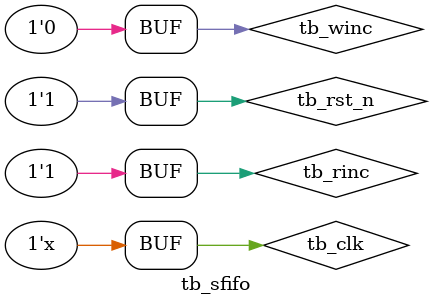
<source format=v>
`timescale 1ns / 1ps


module tb_sfifo();

parameter   WIDTH = 8;
parameter   DEPTH = 16;

reg                 tb_clk;
reg                 tb_rst_n;
reg                 tb_winc;
reg                 tb_rinc;
reg     [WIDTH-1:0] tb_wdata;
wire                tb_wfull;
wire                tb_rempty;
wire    [WIDTH-1:0] tb_rdata;

parameter HALF_PERIOD = 2.5;
parameter PERIOD = HALF_PERIOD * 2;

always #HALF_PERIOD tb_clk = ~tb_clk;

always @(posedge tb_clk or negedge tb_rst_n)
    if(!tb_rst_n)
        tb_wdata <= 0;
    else
        tb_wdata <= tb_wdata + 1;

initial begin
    tb_clk <= 1'b1;
    tb_rst_n <= 1'b0;
    tb_winc <= 1'b0;
    tb_rinc <= 1'b0;
    #(PERIOD * 2)
    tb_rst_n <= 1'b1;
    #(PERIOD * 0)

    tb_winc <=1'b1;
    #(PERIOD * 20)
    tb_rinc <= 1'b1;
    #(PERIOD * 6)
    tb_winc <= 1'b0;
    #(PERIOD * 3)
    tb_rinc <= 1'b0;
    #(PERIOD * 2)
    tb_winc = 1'b1;
    #(PERIOD * 8)
    tb_winc = 1'b0;
    #(PERIOD * 8)
    tb_rinc = 1'b1;
end

sfifo #(
    .WIDTH (WIDTH),
    .DEPTH (DEPTH)
)sfifo_inst(
    .clk    (tb_clk   ), 
    .rst_n  (tb_rst_n ),
    .winc   (tb_winc  ),
    .rinc   (tb_rinc  ),
    .wdata  (tb_wdata ),
    .wfull  (tb_wfull ),
    .rempty (tb_rempty),
    .rdata  (tb_rdata )
);

endmodule

</source>
